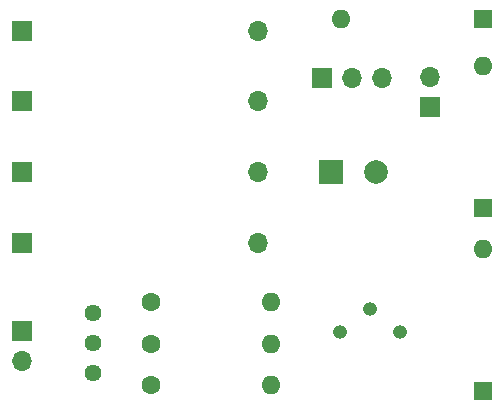
<source format=gbr>
%TF.GenerationSoftware,KiCad,Pcbnew,(7.0.0-0)*%
%TF.CreationDate,2024-02-07T17:04:43+03:00*%
%TF.ProjectId,germanium-power-src,6765726d-616e-4697-956d-2d706f776572,rev?*%
%TF.SameCoordinates,Original*%
%TF.FileFunction,Soldermask,Top*%
%TF.FilePolarity,Negative*%
%FSLAX46Y46*%
G04 Gerber Fmt 4.6, Leading zero omitted, Abs format (unit mm)*
G04 Created by KiCad (PCBNEW (7.0.0-0)) date 2024-02-07 17:04:43*
%MOMM*%
%LPD*%
G01*
G04 APERTURE LIST*
%ADD10C,1.440000*%
%ADD11R,1.700000X1.700000*%
%ADD12O,1.700000X1.700000*%
%ADD13C,1.600000*%
%ADD14O,1.600000X1.600000*%
%ADD15R,1.600000X1.600000*%
%ADD16R,2.000000X2.000000*%
%ADD17C,2.000000*%
%ADD18O,1.200000X1.200000*%
G04 APERTURE END LIST*
D10*
%TO.C,RV1*%
X115500000Y-107420000D03*
X115500000Y-109960000D03*
X115500000Y-112500000D03*
%TD*%
D11*
%TO.C,D3*%
X109499999Y-83499999D03*
D12*
X129499999Y-83499999D03*
%TD*%
D11*
%TO.C,D4*%
X109499999Y-89499999D03*
D12*
X129499999Y-89499999D03*
%TD*%
D13*
%TO.C,R3*%
X120420000Y-106500000D03*
D14*
X130579999Y-106499999D03*
%TD*%
D15*
%TO.C,D1*%
X148499999Y-113999999D03*
D14*
X148499999Y-101999999D03*
%TD*%
D11*
%TO.C,J1*%
X109499999Y-108959999D03*
D12*
X109499999Y-111499999D03*
%TD*%
D11*
%TO.C,D6*%
X109499999Y-101499999D03*
D12*
X129499999Y-101499999D03*
%TD*%
D13*
%TO.C,R1*%
X120420000Y-113500000D03*
D14*
X130579999Y-113499999D03*
%TD*%
D13*
%TO.C,R2*%
X120420000Y-110000000D03*
D14*
X130579999Y-109999999D03*
%TD*%
D15*
%TO.C,D2*%
X148499999Y-82499999D03*
D14*
X136499999Y-82499999D03*
%TD*%
D11*
%TO.C,J2*%
X134919999Y-87499999D03*
D12*
X137459999Y-87499999D03*
X139999999Y-87499999D03*
%TD*%
D11*
%TO.C,J3*%
X143999999Y-89999999D03*
D12*
X143999999Y-87459999D03*
%TD*%
D15*
%TO.C,D7*%
X148499999Y-98499999D03*
D14*
X148499999Y-86499999D03*
%TD*%
D11*
%TO.C,D5*%
X109499999Y-95499999D03*
D12*
X129499999Y-95499999D03*
%TD*%
D16*
%TO.C,C1*%
X135699999Y-95499999D03*
D17*
X139500000Y-95500000D03*
%TD*%
D18*
%TO.C,Q1*%
X136449999Y-108999999D03*
X138989999Y-107099999D03*
X141529999Y-108999999D03*
%TD*%
M02*

</source>
